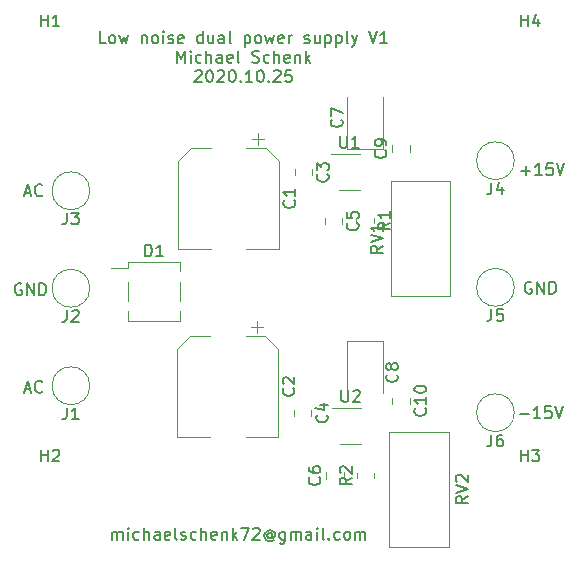
<source format=gbr>
G04 #@! TF.GenerationSoftware,KiCad,Pcbnew,(5.1.7-0-10_14)*
G04 #@! TF.CreationDate,2020-10-25T16:22:19+01:00*
G04 #@! TF.ProjectId,lv-lownoise-psu,6c762d6c-6f77-46e6-9f69-73652d707375,rev?*
G04 #@! TF.SameCoordinates,Original*
G04 #@! TF.FileFunction,Legend,Top*
G04 #@! TF.FilePolarity,Positive*
%FSLAX46Y46*%
G04 Gerber Fmt 4.6, Leading zero omitted, Abs format (unit mm)*
G04 Created by KiCad (PCBNEW (5.1.7-0-10_14)) date 2020-10-25 16:22:19*
%MOMM*%
%LPD*%
G01*
G04 APERTURE LIST*
%ADD10C,0.150000*%
%ADD11C,0.120000*%
G04 APERTURE END LIST*
D10*
X89830142Y-43379380D02*
X89353952Y-43379380D01*
X89353952Y-42379380D01*
X90306333Y-43379380D02*
X90211095Y-43331761D01*
X90163476Y-43284142D01*
X90115857Y-43188904D01*
X90115857Y-42903190D01*
X90163476Y-42807952D01*
X90211095Y-42760333D01*
X90306333Y-42712714D01*
X90449190Y-42712714D01*
X90544428Y-42760333D01*
X90592047Y-42807952D01*
X90639666Y-42903190D01*
X90639666Y-43188904D01*
X90592047Y-43284142D01*
X90544428Y-43331761D01*
X90449190Y-43379380D01*
X90306333Y-43379380D01*
X90972999Y-42712714D02*
X91163476Y-43379380D01*
X91353952Y-42903190D01*
X91544428Y-43379380D01*
X91734904Y-42712714D01*
X92877761Y-42712714D02*
X92877761Y-43379380D01*
X92877761Y-42807952D02*
X92925380Y-42760333D01*
X93020619Y-42712714D01*
X93163476Y-42712714D01*
X93258714Y-42760333D01*
X93306333Y-42855571D01*
X93306333Y-43379380D01*
X93925380Y-43379380D02*
X93830142Y-43331761D01*
X93782523Y-43284142D01*
X93734904Y-43188904D01*
X93734904Y-42903190D01*
X93782523Y-42807952D01*
X93830142Y-42760333D01*
X93925380Y-42712714D01*
X94068238Y-42712714D01*
X94163476Y-42760333D01*
X94211095Y-42807952D01*
X94258714Y-42903190D01*
X94258714Y-43188904D01*
X94211095Y-43284142D01*
X94163476Y-43331761D01*
X94068238Y-43379380D01*
X93925380Y-43379380D01*
X94687285Y-43379380D02*
X94687285Y-42712714D01*
X94687285Y-42379380D02*
X94639666Y-42427000D01*
X94687285Y-42474619D01*
X94734904Y-42427000D01*
X94687285Y-42379380D01*
X94687285Y-42474619D01*
X95115857Y-43331761D02*
X95211095Y-43379380D01*
X95401571Y-43379380D01*
X95496809Y-43331761D01*
X95544428Y-43236523D01*
X95544428Y-43188904D01*
X95496809Y-43093666D01*
X95401571Y-43046047D01*
X95258714Y-43046047D01*
X95163476Y-42998428D01*
X95115857Y-42903190D01*
X95115857Y-42855571D01*
X95163476Y-42760333D01*
X95258714Y-42712714D01*
X95401571Y-42712714D01*
X95496809Y-42760333D01*
X96353952Y-43331761D02*
X96258714Y-43379380D01*
X96068238Y-43379380D01*
X95972999Y-43331761D01*
X95925380Y-43236523D01*
X95925380Y-42855571D01*
X95972999Y-42760333D01*
X96068238Y-42712714D01*
X96258714Y-42712714D01*
X96353952Y-42760333D01*
X96401571Y-42855571D01*
X96401571Y-42950809D01*
X95925380Y-43046047D01*
X98020619Y-43379380D02*
X98020619Y-42379380D01*
X98020619Y-43331761D02*
X97925380Y-43379380D01*
X97734904Y-43379380D01*
X97639666Y-43331761D01*
X97592047Y-43284142D01*
X97544428Y-43188904D01*
X97544428Y-42903190D01*
X97592047Y-42807952D01*
X97639666Y-42760333D01*
X97734904Y-42712714D01*
X97925380Y-42712714D01*
X98020619Y-42760333D01*
X98925380Y-42712714D02*
X98925380Y-43379380D01*
X98496809Y-42712714D02*
X98496809Y-43236523D01*
X98544428Y-43331761D01*
X98639666Y-43379380D01*
X98782523Y-43379380D01*
X98877761Y-43331761D01*
X98925380Y-43284142D01*
X99830142Y-43379380D02*
X99830142Y-42855571D01*
X99782523Y-42760333D01*
X99687285Y-42712714D01*
X99496809Y-42712714D01*
X99401571Y-42760333D01*
X99830142Y-43331761D02*
X99734904Y-43379380D01*
X99496809Y-43379380D01*
X99401571Y-43331761D01*
X99353952Y-43236523D01*
X99353952Y-43141285D01*
X99401571Y-43046047D01*
X99496809Y-42998428D01*
X99734904Y-42998428D01*
X99830142Y-42950809D01*
X100449190Y-43379380D02*
X100353952Y-43331761D01*
X100306333Y-43236523D01*
X100306333Y-42379380D01*
X101592047Y-42712714D02*
X101592047Y-43712714D01*
X101592047Y-42760333D02*
X101687285Y-42712714D01*
X101877761Y-42712714D01*
X101972999Y-42760333D01*
X102020619Y-42807952D01*
X102068238Y-42903190D01*
X102068238Y-43188904D01*
X102020619Y-43284142D01*
X101972999Y-43331761D01*
X101877761Y-43379380D01*
X101687285Y-43379380D01*
X101592047Y-43331761D01*
X102639666Y-43379380D02*
X102544428Y-43331761D01*
X102496809Y-43284142D01*
X102449190Y-43188904D01*
X102449190Y-42903190D01*
X102496809Y-42807952D01*
X102544428Y-42760333D01*
X102639666Y-42712714D01*
X102782523Y-42712714D01*
X102877761Y-42760333D01*
X102925380Y-42807952D01*
X102972999Y-42903190D01*
X102972999Y-43188904D01*
X102925380Y-43284142D01*
X102877761Y-43331761D01*
X102782523Y-43379380D01*
X102639666Y-43379380D01*
X103306333Y-42712714D02*
X103496809Y-43379380D01*
X103687285Y-42903190D01*
X103877761Y-43379380D01*
X104068238Y-42712714D01*
X104830142Y-43331761D02*
X104734904Y-43379380D01*
X104544428Y-43379380D01*
X104449190Y-43331761D01*
X104401571Y-43236523D01*
X104401571Y-42855571D01*
X104449190Y-42760333D01*
X104544428Y-42712714D01*
X104734904Y-42712714D01*
X104830142Y-42760333D01*
X104877761Y-42855571D01*
X104877761Y-42950809D01*
X104401571Y-43046047D01*
X105306333Y-43379380D02*
X105306333Y-42712714D01*
X105306333Y-42903190D02*
X105353952Y-42807952D01*
X105401571Y-42760333D01*
X105496809Y-42712714D01*
X105592047Y-42712714D01*
X106639666Y-43331761D02*
X106734904Y-43379380D01*
X106925380Y-43379380D01*
X107020619Y-43331761D01*
X107068238Y-43236523D01*
X107068238Y-43188904D01*
X107020619Y-43093666D01*
X106925380Y-43046047D01*
X106782523Y-43046047D01*
X106687285Y-42998428D01*
X106639666Y-42903190D01*
X106639666Y-42855571D01*
X106687285Y-42760333D01*
X106782523Y-42712714D01*
X106925380Y-42712714D01*
X107020619Y-42760333D01*
X107925380Y-42712714D02*
X107925380Y-43379380D01*
X107496809Y-42712714D02*
X107496809Y-43236523D01*
X107544428Y-43331761D01*
X107639666Y-43379380D01*
X107782523Y-43379380D01*
X107877761Y-43331761D01*
X107925380Y-43284142D01*
X108401571Y-42712714D02*
X108401571Y-43712714D01*
X108401571Y-42760333D02*
X108496809Y-42712714D01*
X108687285Y-42712714D01*
X108782523Y-42760333D01*
X108830142Y-42807952D01*
X108877761Y-42903190D01*
X108877761Y-43188904D01*
X108830142Y-43284142D01*
X108782523Y-43331761D01*
X108687285Y-43379380D01*
X108496809Y-43379380D01*
X108401571Y-43331761D01*
X109306333Y-42712714D02*
X109306333Y-43712714D01*
X109306333Y-42760333D02*
X109401571Y-42712714D01*
X109592047Y-42712714D01*
X109687285Y-42760333D01*
X109734904Y-42807952D01*
X109782523Y-42903190D01*
X109782523Y-43188904D01*
X109734904Y-43284142D01*
X109687285Y-43331761D01*
X109592047Y-43379380D01*
X109401571Y-43379380D01*
X109306333Y-43331761D01*
X110353952Y-43379380D02*
X110258714Y-43331761D01*
X110211095Y-43236523D01*
X110211095Y-42379380D01*
X110639666Y-42712714D02*
X110877761Y-43379380D01*
X111115857Y-42712714D02*
X110877761Y-43379380D01*
X110782523Y-43617476D01*
X110734904Y-43665095D01*
X110639666Y-43712714D01*
X112115857Y-42379380D02*
X112449190Y-43379380D01*
X112782523Y-42379380D01*
X113639666Y-43379380D02*
X113068238Y-43379380D01*
X113353952Y-43379380D02*
X113353952Y-42379380D01*
X113258714Y-42522238D01*
X113163476Y-42617476D01*
X113068238Y-42665095D01*
X95853952Y-45029380D02*
X95853952Y-44029380D01*
X96187285Y-44743666D01*
X96520619Y-44029380D01*
X96520619Y-45029380D01*
X96996809Y-45029380D02*
X96996809Y-44362714D01*
X96996809Y-44029380D02*
X96949190Y-44077000D01*
X96996809Y-44124619D01*
X97044428Y-44077000D01*
X96996809Y-44029380D01*
X96996809Y-44124619D01*
X97901571Y-44981761D02*
X97806333Y-45029380D01*
X97615857Y-45029380D01*
X97520619Y-44981761D01*
X97473000Y-44934142D01*
X97425380Y-44838904D01*
X97425380Y-44553190D01*
X97473000Y-44457952D01*
X97520619Y-44410333D01*
X97615857Y-44362714D01*
X97806333Y-44362714D01*
X97901571Y-44410333D01*
X98330142Y-45029380D02*
X98330142Y-44029380D01*
X98758714Y-45029380D02*
X98758714Y-44505571D01*
X98711095Y-44410333D01*
X98615857Y-44362714D01*
X98473000Y-44362714D01*
X98377761Y-44410333D01*
X98330142Y-44457952D01*
X99663476Y-45029380D02*
X99663476Y-44505571D01*
X99615857Y-44410333D01*
X99520619Y-44362714D01*
X99330142Y-44362714D01*
X99234904Y-44410333D01*
X99663476Y-44981761D02*
X99568238Y-45029380D01*
X99330142Y-45029380D01*
X99234904Y-44981761D01*
X99187285Y-44886523D01*
X99187285Y-44791285D01*
X99234904Y-44696047D01*
X99330142Y-44648428D01*
X99568238Y-44648428D01*
X99663476Y-44600809D01*
X100520619Y-44981761D02*
X100425380Y-45029380D01*
X100234904Y-45029380D01*
X100139666Y-44981761D01*
X100092047Y-44886523D01*
X100092047Y-44505571D01*
X100139666Y-44410333D01*
X100234904Y-44362714D01*
X100425380Y-44362714D01*
X100520619Y-44410333D01*
X100568238Y-44505571D01*
X100568238Y-44600809D01*
X100092047Y-44696047D01*
X101139666Y-45029380D02*
X101044428Y-44981761D01*
X100996809Y-44886523D01*
X100996809Y-44029380D01*
X102234904Y-44981761D02*
X102377761Y-45029380D01*
X102615857Y-45029380D01*
X102711095Y-44981761D01*
X102758714Y-44934142D01*
X102806333Y-44838904D01*
X102806333Y-44743666D01*
X102758714Y-44648428D01*
X102711095Y-44600809D01*
X102615857Y-44553190D01*
X102425380Y-44505571D01*
X102330142Y-44457952D01*
X102282523Y-44410333D01*
X102234904Y-44315095D01*
X102234904Y-44219857D01*
X102282523Y-44124619D01*
X102330142Y-44077000D01*
X102425380Y-44029380D01*
X102663476Y-44029380D01*
X102806333Y-44077000D01*
X103663476Y-44981761D02*
X103568238Y-45029380D01*
X103377761Y-45029380D01*
X103282523Y-44981761D01*
X103234904Y-44934142D01*
X103187285Y-44838904D01*
X103187285Y-44553190D01*
X103234904Y-44457952D01*
X103282523Y-44410333D01*
X103377761Y-44362714D01*
X103568238Y-44362714D01*
X103663476Y-44410333D01*
X104092047Y-45029380D02*
X104092047Y-44029380D01*
X104520619Y-45029380D02*
X104520619Y-44505571D01*
X104473000Y-44410333D01*
X104377761Y-44362714D01*
X104234904Y-44362714D01*
X104139666Y-44410333D01*
X104092047Y-44457952D01*
X105377761Y-44981761D02*
X105282523Y-45029380D01*
X105092047Y-45029380D01*
X104996809Y-44981761D01*
X104949190Y-44886523D01*
X104949190Y-44505571D01*
X104996809Y-44410333D01*
X105092047Y-44362714D01*
X105282523Y-44362714D01*
X105377761Y-44410333D01*
X105425380Y-44505571D01*
X105425380Y-44600809D01*
X104949190Y-44696047D01*
X105853952Y-44362714D02*
X105853952Y-45029380D01*
X105853952Y-44457952D02*
X105901571Y-44410333D01*
X105996809Y-44362714D01*
X106139666Y-44362714D01*
X106234904Y-44410333D01*
X106282523Y-44505571D01*
X106282523Y-45029380D01*
X106758714Y-45029380D02*
X106758714Y-44029380D01*
X106853952Y-44648428D02*
X107139666Y-45029380D01*
X107139666Y-44362714D02*
X106758714Y-44743666D01*
X97377761Y-45774619D02*
X97425380Y-45727000D01*
X97520619Y-45679380D01*
X97758714Y-45679380D01*
X97853952Y-45727000D01*
X97901571Y-45774619D01*
X97949190Y-45869857D01*
X97949190Y-45965095D01*
X97901571Y-46107952D01*
X97330142Y-46679380D01*
X97949190Y-46679380D01*
X98568238Y-45679380D02*
X98663476Y-45679380D01*
X98758714Y-45727000D01*
X98806333Y-45774619D01*
X98853952Y-45869857D01*
X98901571Y-46060333D01*
X98901571Y-46298428D01*
X98853952Y-46488904D01*
X98806333Y-46584142D01*
X98758714Y-46631761D01*
X98663476Y-46679380D01*
X98568238Y-46679380D01*
X98473000Y-46631761D01*
X98425380Y-46584142D01*
X98377761Y-46488904D01*
X98330142Y-46298428D01*
X98330142Y-46060333D01*
X98377761Y-45869857D01*
X98425380Y-45774619D01*
X98473000Y-45727000D01*
X98568238Y-45679380D01*
X99282523Y-45774619D02*
X99330142Y-45727000D01*
X99425380Y-45679380D01*
X99663476Y-45679380D01*
X99758714Y-45727000D01*
X99806333Y-45774619D01*
X99853952Y-45869857D01*
X99853952Y-45965095D01*
X99806333Y-46107952D01*
X99234904Y-46679380D01*
X99853952Y-46679380D01*
X100473000Y-45679380D02*
X100568238Y-45679380D01*
X100663476Y-45727000D01*
X100711095Y-45774619D01*
X100758714Y-45869857D01*
X100806333Y-46060333D01*
X100806333Y-46298428D01*
X100758714Y-46488904D01*
X100711095Y-46584142D01*
X100663476Y-46631761D01*
X100568238Y-46679380D01*
X100473000Y-46679380D01*
X100377761Y-46631761D01*
X100330142Y-46584142D01*
X100282523Y-46488904D01*
X100234904Y-46298428D01*
X100234904Y-46060333D01*
X100282523Y-45869857D01*
X100330142Y-45774619D01*
X100377761Y-45727000D01*
X100473000Y-45679380D01*
X101234904Y-46584142D02*
X101282523Y-46631761D01*
X101234904Y-46679380D01*
X101187285Y-46631761D01*
X101234904Y-46584142D01*
X101234904Y-46679380D01*
X102234904Y-46679380D02*
X101663476Y-46679380D01*
X101949190Y-46679380D02*
X101949190Y-45679380D01*
X101853952Y-45822238D01*
X101758714Y-45917476D01*
X101663476Y-45965095D01*
X102853952Y-45679380D02*
X102949190Y-45679380D01*
X103044428Y-45727000D01*
X103092047Y-45774619D01*
X103139666Y-45869857D01*
X103187285Y-46060333D01*
X103187285Y-46298428D01*
X103139666Y-46488904D01*
X103092047Y-46584142D01*
X103044428Y-46631761D01*
X102949190Y-46679380D01*
X102853952Y-46679380D01*
X102758714Y-46631761D01*
X102711095Y-46584142D01*
X102663476Y-46488904D01*
X102615857Y-46298428D01*
X102615857Y-46060333D01*
X102663476Y-45869857D01*
X102711095Y-45774619D01*
X102758714Y-45727000D01*
X102853952Y-45679380D01*
X103615857Y-46584142D02*
X103663476Y-46631761D01*
X103615857Y-46679380D01*
X103568238Y-46631761D01*
X103615857Y-46584142D01*
X103615857Y-46679380D01*
X104044428Y-45774619D02*
X104092047Y-45727000D01*
X104187285Y-45679380D01*
X104425380Y-45679380D01*
X104520619Y-45727000D01*
X104568238Y-45774619D01*
X104615857Y-45869857D01*
X104615857Y-45965095D01*
X104568238Y-46107952D01*
X103996809Y-46679380D01*
X104615857Y-46679380D01*
X105520619Y-45679380D02*
X105044428Y-45679380D01*
X104996809Y-46155571D01*
X105044428Y-46107952D01*
X105139666Y-46060333D01*
X105377761Y-46060333D01*
X105473000Y-46107952D01*
X105520619Y-46155571D01*
X105568238Y-46250809D01*
X105568238Y-46488904D01*
X105520619Y-46584142D01*
X105473000Y-46631761D01*
X105377761Y-46679380D01*
X105139666Y-46679380D01*
X105044428Y-46631761D01*
X104996809Y-46584142D01*
X90377714Y-85415380D02*
X90377714Y-84748714D01*
X90377714Y-84843952D02*
X90425333Y-84796333D01*
X90520571Y-84748714D01*
X90663428Y-84748714D01*
X90758666Y-84796333D01*
X90806285Y-84891571D01*
X90806285Y-85415380D01*
X90806285Y-84891571D02*
X90853904Y-84796333D01*
X90949142Y-84748714D01*
X91092000Y-84748714D01*
X91187238Y-84796333D01*
X91234857Y-84891571D01*
X91234857Y-85415380D01*
X91711047Y-85415380D02*
X91711047Y-84748714D01*
X91711047Y-84415380D02*
X91663428Y-84463000D01*
X91711047Y-84510619D01*
X91758666Y-84463000D01*
X91711047Y-84415380D01*
X91711047Y-84510619D01*
X92615809Y-85367761D02*
X92520571Y-85415380D01*
X92330095Y-85415380D01*
X92234857Y-85367761D01*
X92187238Y-85320142D01*
X92139619Y-85224904D01*
X92139619Y-84939190D01*
X92187238Y-84843952D01*
X92234857Y-84796333D01*
X92330095Y-84748714D01*
X92520571Y-84748714D01*
X92615809Y-84796333D01*
X93044380Y-85415380D02*
X93044380Y-84415380D01*
X93472952Y-85415380D02*
X93472952Y-84891571D01*
X93425333Y-84796333D01*
X93330095Y-84748714D01*
X93187238Y-84748714D01*
X93092000Y-84796333D01*
X93044380Y-84843952D01*
X94377714Y-85415380D02*
X94377714Y-84891571D01*
X94330095Y-84796333D01*
X94234857Y-84748714D01*
X94044380Y-84748714D01*
X93949142Y-84796333D01*
X94377714Y-85367761D02*
X94282476Y-85415380D01*
X94044380Y-85415380D01*
X93949142Y-85367761D01*
X93901523Y-85272523D01*
X93901523Y-85177285D01*
X93949142Y-85082047D01*
X94044380Y-85034428D01*
X94282476Y-85034428D01*
X94377714Y-84986809D01*
X95234857Y-85367761D02*
X95139619Y-85415380D01*
X94949142Y-85415380D01*
X94853904Y-85367761D01*
X94806285Y-85272523D01*
X94806285Y-84891571D01*
X94853904Y-84796333D01*
X94949142Y-84748714D01*
X95139619Y-84748714D01*
X95234857Y-84796333D01*
X95282476Y-84891571D01*
X95282476Y-84986809D01*
X94806285Y-85082047D01*
X95853904Y-85415380D02*
X95758666Y-85367761D01*
X95711047Y-85272523D01*
X95711047Y-84415380D01*
X96187238Y-85367761D02*
X96282476Y-85415380D01*
X96472952Y-85415380D01*
X96568190Y-85367761D01*
X96615809Y-85272523D01*
X96615809Y-85224904D01*
X96568190Y-85129666D01*
X96472952Y-85082047D01*
X96330095Y-85082047D01*
X96234857Y-85034428D01*
X96187238Y-84939190D01*
X96187238Y-84891571D01*
X96234857Y-84796333D01*
X96330095Y-84748714D01*
X96472952Y-84748714D01*
X96568190Y-84796333D01*
X97472952Y-85367761D02*
X97377714Y-85415380D01*
X97187238Y-85415380D01*
X97092000Y-85367761D01*
X97044380Y-85320142D01*
X96996761Y-85224904D01*
X96996761Y-84939190D01*
X97044380Y-84843952D01*
X97092000Y-84796333D01*
X97187238Y-84748714D01*
X97377714Y-84748714D01*
X97472952Y-84796333D01*
X97901523Y-85415380D02*
X97901523Y-84415380D01*
X98330095Y-85415380D02*
X98330095Y-84891571D01*
X98282476Y-84796333D01*
X98187238Y-84748714D01*
X98044380Y-84748714D01*
X97949142Y-84796333D01*
X97901523Y-84843952D01*
X99187238Y-85367761D02*
X99092000Y-85415380D01*
X98901523Y-85415380D01*
X98806285Y-85367761D01*
X98758666Y-85272523D01*
X98758666Y-84891571D01*
X98806285Y-84796333D01*
X98901523Y-84748714D01*
X99092000Y-84748714D01*
X99187238Y-84796333D01*
X99234857Y-84891571D01*
X99234857Y-84986809D01*
X98758666Y-85082047D01*
X99663428Y-84748714D02*
X99663428Y-85415380D01*
X99663428Y-84843952D02*
X99711047Y-84796333D01*
X99806285Y-84748714D01*
X99949142Y-84748714D01*
X100044380Y-84796333D01*
X100092000Y-84891571D01*
X100092000Y-85415380D01*
X100568190Y-85415380D02*
X100568190Y-84415380D01*
X100663428Y-85034428D02*
X100949142Y-85415380D01*
X100949142Y-84748714D02*
X100568190Y-85129666D01*
X101282476Y-84415380D02*
X101949142Y-84415380D01*
X101520571Y-85415380D01*
X102282476Y-84510619D02*
X102330095Y-84463000D01*
X102425333Y-84415380D01*
X102663428Y-84415380D01*
X102758666Y-84463000D01*
X102806285Y-84510619D01*
X102853904Y-84605857D01*
X102853904Y-84701095D01*
X102806285Y-84843952D01*
X102234857Y-85415380D01*
X102853904Y-85415380D01*
X103901523Y-84939190D02*
X103853904Y-84891571D01*
X103758666Y-84843952D01*
X103663428Y-84843952D01*
X103568190Y-84891571D01*
X103520571Y-84939190D01*
X103472952Y-85034428D01*
X103472952Y-85129666D01*
X103520571Y-85224904D01*
X103568190Y-85272523D01*
X103663428Y-85320142D01*
X103758666Y-85320142D01*
X103853904Y-85272523D01*
X103901523Y-85224904D01*
X103901523Y-84843952D02*
X103901523Y-85224904D01*
X103949142Y-85272523D01*
X103996761Y-85272523D01*
X104092000Y-85224904D01*
X104139619Y-85129666D01*
X104139619Y-84891571D01*
X104044380Y-84748714D01*
X103901523Y-84653476D01*
X103711047Y-84605857D01*
X103520571Y-84653476D01*
X103377714Y-84748714D01*
X103282476Y-84891571D01*
X103234857Y-85082047D01*
X103282476Y-85272523D01*
X103377714Y-85415380D01*
X103520571Y-85510619D01*
X103711047Y-85558238D01*
X103901523Y-85510619D01*
X104044380Y-85415380D01*
X104996761Y-84748714D02*
X104996761Y-85558238D01*
X104949142Y-85653476D01*
X104901523Y-85701095D01*
X104806285Y-85748714D01*
X104663428Y-85748714D01*
X104568190Y-85701095D01*
X104996761Y-85367761D02*
X104901523Y-85415380D01*
X104711047Y-85415380D01*
X104615809Y-85367761D01*
X104568190Y-85320142D01*
X104520571Y-85224904D01*
X104520571Y-84939190D01*
X104568190Y-84843952D01*
X104615809Y-84796333D01*
X104711047Y-84748714D01*
X104901523Y-84748714D01*
X104996761Y-84796333D01*
X105472952Y-85415380D02*
X105472952Y-84748714D01*
X105472952Y-84843952D02*
X105520571Y-84796333D01*
X105615809Y-84748714D01*
X105758666Y-84748714D01*
X105853904Y-84796333D01*
X105901523Y-84891571D01*
X105901523Y-85415380D01*
X105901523Y-84891571D02*
X105949142Y-84796333D01*
X106044380Y-84748714D01*
X106187238Y-84748714D01*
X106282476Y-84796333D01*
X106330095Y-84891571D01*
X106330095Y-85415380D01*
X107234857Y-85415380D02*
X107234857Y-84891571D01*
X107187238Y-84796333D01*
X107092000Y-84748714D01*
X106901523Y-84748714D01*
X106806285Y-84796333D01*
X107234857Y-85367761D02*
X107139619Y-85415380D01*
X106901523Y-85415380D01*
X106806285Y-85367761D01*
X106758666Y-85272523D01*
X106758666Y-85177285D01*
X106806285Y-85082047D01*
X106901523Y-85034428D01*
X107139619Y-85034428D01*
X107234857Y-84986809D01*
X107711047Y-85415380D02*
X107711047Y-84748714D01*
X107711047Y-84415380D02*
X107663428Y-84463000D01*
X107711047Y-84510619D01*
X107758666Y-84463000D01*
X107711047Y-84415380D01*
X107711047Y-84510619D01*
X108330095Y-85415380D02*
X108234857Y-85367761D01*
X108187238Y-85272523D01*
X108187238Y-84415380D01*
X108711047Y-85320142D02*
X108758666Y-85367761D01*
X108711047Y-85415380D01*
X108663428Y-85367761D01*
X108711047Y-85320142D01*
X108711047Y-85415380D01*
X109615809Y-85367761D02*
X109520571Y-85415380D01*
X109330095Y-85415380D01*
X109234857Y-85367761D01*
X109187238Y-85320142D01*
X109139619Y-85224904D01*
X109139619Y-84939190D01*
X109187238Y-84843952D01*
X109234857Y-84796333D01*
X109330095Y-84748714D01*
X109520571Y-84748714D01*
X109615809Y-84796333D01*
X110187238Y-85415380D02*
X110092000Y-85367761D01*
X110044380Y-85320142D01*
X109996761Y-85224904D01*
X109996761Y-84939190D01*
X110044380Y-84843952D01*
X110092000Y-84796333D01*
X110187238Y-84748714D01*
X110330095Y-84748714D01*
X110425333Y-84796333D01*
X110472952Y-84843952D01*
X110520571Y-84939190D01*
X110520571Y-85224904D01*
X110472952Y-85320142D01*
X110425333Y-85367761D01*
X110330095Y-85415380D01*
X110187238Y-85415380D01*
X110949142Y-85415380D02*
X110949142Y-84748714D01*
X110949142Y-84843952D02*
X110996761Y-84796333D01*
X111092000Y-84748714D01*
X111234857Y-84748714D01*
X111330095Y-84796333D01*
X111377714Y-84891571D01*
X111377714Y-85415380D01*
X111377714Y-84891571D02*
X111425333Y-84796333D01*
X111520571Y-84748714D01*
X111663428Y-84748714D01*
X111758666Y-84796333D01*
X111806285Y-84891571D01*
X111806285Y-85415380D01*
X82677095Y-63762000D02*
X82581857Y-63714380D01*
X82439000Y-63714380D01*
X82296142Y-63762000D01*
X82200904Y-63857238D01*
X82153285Y-63952476D01*
X82105666Y-64142952D01*
X82105666Y-64285809D01*
X82153285Y-64476285D01*
X82200904Y-64571523D01*
X82296142Y-64666761D01*
X82439000Y-64714380D01*
X82534238Y-64714380D01*
X82677095Y-64666761D01*
X82724714Y-64619142D01*
X82724714Y-64285809D01*
X82534238Y-64285809D01*
X83153285Y-64714380D02*
X83153285Y-63714380D01*
X83724714Y-64714380D01*
X83724714Y-63714380D01*
X84200904Y-64714380D02*
X84200904Y-63714380D01*
X84439000Y-63714380D01*
X84581857Y-63762000D01*
X84677095Y-63857238D01*
X84724714Y-63952476D01*
X84772333Y-64142952D01*
X84772333Y-64285809D01*
X84724714Y-64476285D01*
X84677095Y-64571523D01*
X84581857Y-64666761D01*
X84439000Y-64714380D01*
X84200904Y-64714380D01*
X82954904Y-72683666D02*
X83431095Y-72683666D01*
X82859666Y-72969380D02*
X83193000Y-71969380D01*
X83526333Y-72969380D01*
X84431095Y-72874142D02*
X84383476Y-72921761D01*
X84240619Y-72969380D01*
X84145380Y-72969380D01*
X84002523Y-72921761D01*
X83907285Y-72826523D01*
X83859666Y-72731285D01*
X83812047Y-72540809D01*
X83812047Y-72397952D01*
X83859666Y-72207476D01*
X83907285Y-72112238D01*
X84002523Y-72017000D01*
X84145380Y-71969380D01*
X84240619Y-71969380D01*
X84383476Y-72017000D01*
X84431095Y-72064619D01*
X82954904Y-56046666D02*
X83431095Y-56046666D01*
X82859666Y-56332380D02*
X83193000Y-55332380D01*
X83526333Y-56332380D01*
X84431095Y-56237142D02*
X84383476Y-56284761D01*
X84240619Y-56332380D01*
X84145380Y-56332380D01*
X84002523Y-56284761D01*
X83907285Y-56189523D01*
X83859666Y-56094285D01*
X83812047Y-55903809D01*
X83812047Y-55760952D01*
X83859666Y-55570476D01*
X83907285Y-55475238D01*
X84002523Y-55380000D01*
X84145380Y-55332380D01*
X84240619Y-55332380D01*
X84383476Y-55380000D01*
X84431095Y-55427619D01*
X124857095Y-74747428D02*
X125619000Y-74747428D01*
X126619000Y-75128380D02*
X126047571Y-75128380D01*
X126333285Y-75128380D02*
X126333285Y-74128380D01*
X126238047Y-74271238D01*
X126142809Y-74366476D01*
X126047571Y-74414095D01*
X127523761Y-74128380D02*
X127047571Y-74128380D01*
X126999952Y-74604571D01*
X127047571Y-74556952D01*
X127142809Y-74509333D01*
X127380904Y-74509333D01*
X127476142Y-74556952D01*
X127523761Y-74604571D01*
X127571380Y-74699809D01*
X127571380Y-74937904D01*
X127523761Y-75033142D01*
X127476142Y-75080761D01*
X127380904Y-75128380D01*
X127142809Y-75128380D01*
X127047571Y-75080761D01*
X126999952Y-75033142D01*
X127857095Y-74128380D02*
X128190428Y-75128380D01*
X128523761Y-74128380D01*
X125857095Y-63635000D02*
X125761857Y-63587380D01*
X125619000Y-63587380D01*
X125476142Y-63635000D01*
X125380904Y-63730238D01*
X125333285Y-63825476D01*
X125285666Y-64015952D01*
X125285666Y-64158809D01*
X125333285Y-64349285D01*
X125380904Y-64444523D01*
X125476142Y-64539761D01*
X125619000Y-64587380D01*
X125714238Y-64587380D01*
X125857095Y-64539761D01*
X125904714Y-64492142D01*
X125904714Y-64158809D01*
X125714238Y-64158809D01*
X126333285Y-64587380D02*
X126333285Y-63587380D01*
X126904714Y-64587380D01*
X126904714Y-63587380D01*
X127380904Y-64587380D02*
X127380904Y-63587380D01*
X127619000Y-63587380D01*
X127761857Y-63635000D01*
X127857095Y-63730238D01*
X127904714Y-63825476D01*
X127952333Y-64015952D01*
X127952333Y-64158809D01*
X127904714Y-64349285D01*
X127857095Y-64444523D01*
X127761857Y-64539761D01*
X127619000Y-64587380D01*
X127380904Y-64587380D01*
X124984095Y-54173428D02*
X125746000Y-54173428D01*
X125365047Y-54554380D02*
X125365047Y-53792476D01*
X126746000Y-54554380D02*
X126174571Y-54554380D01*
X126460285Y-54554380D02*
X126460285Y-53554380D01*
X126365047Y-53697238D01*
X126269809Y-53792476D01*
X126174571Y-53840095D01*
X127650761Y-53554380D02*
X127174571Y-53554380D01*
X127126952Y-54030571D01*
X127174571Y-53982952D01*
X127269809Y-53935333D01*
X127507904Y-53935333D01*
X127603142Y-53982952D01*
X127650761Y-54030571D01*
X127698380Y-54125809D01*
X127698380Y-54363904D01*
X127650761Y-54459142D01*
X127603142Y-54506761D01*
X127507904Y-54554380D01*
X127269809Y-54554380D01*
X127174571Y-54506761D01*
X127126952Y-54459142D01*
X127984095Y-53554380D02*
X128317428Y-54554380D01*
X128650761Y-53554380D01*
D11*
X111410000Y-74243000D02*
X108980000Y-74243000D01*
X109650000Y-77313000D02*
X111410000Y-77313000D01*
X111311001Y-52742001D02*
X108881001Y-52742001D01*
X109551001Y-55812001D02*
X111311001Y-55812001D01*
X118862000Y-86038000D02*
X113792000Y-86038000D01*
X118862000Y-76268000D02*
X113792000Y-76268000D01*
X113792000Y-76268000D02*
X113792000Y-86038000D01*
X118862000Y-76268000D02*
X118862000Y-86038000D01*
X113929000Y-55059000D02*
X118999000Y-55059000D01*
X113929000Y-64829000D02*
X118999000Y-64829000D01*
X118999000Y-64829000D02*
X118999000Y-55059000D01*
X113929000Y-64829000D02*
X113929000Y-55059000D01*
X112558500Y-80221064D02*
X112558500Y-79766936D01*
X111088500Y-80221064D02*
X111088500Y-79766936D01*
X111025000Y-58176936D02*
X111025000Y-58631064D01*
X112495000Y-58176936D02*
X112495000Y-58631064D01*
X124409781Y-74676000D02*
G75*
G03*
X124409781Y-74676000I-1600781J0D01*
G01*
X124409781Y-64058800D02*
G75*
G03*
X124409781Y-64058800I-1600781J0D01*
G01*
X124409781Y-53340000D02*
G75*
G03*
X124409781Y-53340000I-1600781J0D01*
G01*
X88468781Y-55880000D02*
G75*
G03*
X88468781Y-55880000I-1600781J0D01*
G01*
X88468781Y-64135000D02*
G75*
G03*
X88468781Y-64135000I-1600781J0D01*
G01*
X88468781Y-72390000D02*
G75*
G03*
X88468781Y-72390000I-1600781J0D01*
G01*
X91689500Y-66889000D02*
X91689500Y-66089000D01*
X96089500Y-66889000D02*
X91689500Y-66889000D01*
X96089500Y-66089000D02*
X96089500Y-66889000D01*
X96089500Y-61889000D02*
X91689500Y-61889000D01*
X96089500Y-62689000D02*
X96089500Y-61889000D01*
X91689500Y-63589000D02*
X91689500Y-65189000D01*
X96089500Y-63589000D02*
X96089500Y-65189000D01*
X91689500Y-62389000D02*
X90289500Y-62389000D01*
X91689500Y-61889000D02*
X91689500Y-62389000D01*
X114073000Y-73398748D02*
X114073000Y-73921252D01*
X115543000Y-73398748D02*
X115543000Y-73921252D01*
X115543000Y-52563752D02*
X115543000Y-52041248D01*
X114073000Y-52563752D02*
X114073000Y-52041248D01*
X110250000Y-68638000D02*
X110250000Y-73023000D01*
X113270000Y-68638000D02*
X110250000Y-68638000D01*
X113270000Y-73023000D02*
X113270000Y-68638000D01*
X113270000Y-52318000D02*
X113270000Y-47933000D01*
X110250000Y-52318000D02*
X113270000Y-52318000D01*
X110250000Y-47933000D02*
X110250000Y-52318000D01*
X109955000Y-80249752D02*
X109955000Y-79727248D01*
X108485000Y-80249752D02*
X108485000Y-79727248D01*
X108358000Y-58180248D02*
X108358000Y-58702752D01*
X109828000Y-58180248D02*
X109828000Y-58702752D01*
X105754500Y-74436248D02*
X105754500Y-74958752D01*
X107224500Y-74436248D02*
X107224500Y-74958752D01*
X105818000Y-54052748D02*
X105818000Y-54575252D01*
X107288000Y-54052748D02*
X107288000Y-54575252D01*
X103149500Y-67442000D02*
X102149500Y-67442000D01*
X102649500Y-66942000D02*
X102649500Y-67942000D01*
X96943937Y-68182000D02*
X95879500Y-69246437D01*
X103335063Y-68182000D02*
X104399500Y-69246437D01*
X103335063Y-68182000D02*
X101649500Y-68182000D01*
X96943937Y-68182000D02*
X98629500Y-68182000D01*
X95879500Y-69246437D02*
X95879500Y-76702000D01*
X104399500Y-69246437D02*
X104399500Y-76702000D01*
X104399500Y-76702000D02*
X101649500Y-76702000D01*
X95879500Y-76702000D02*
X98629500Y-76702000D01*
X103213000Y-51526500D02*
X102213000Y-51526500D01*
X102713000Y-51026500D02*
X102713000Y-52026500D01*
X97007437Y-52266500D02*
X95943000Y-53330937D01*
X103398563Y-52266500D02*
X104463000Y-53330937D01*
X103398563Y-52266500D02*
X101713000Y-52266500D01*
X97007437Y-52266500D02*
X98693000Y-52266500D01*
X95943000Y-53330937D02*
X95943000Y-60786500D01*
X104463000Y-53330937D02*
X104463000Y-60786500D01*
X104463000Y-60786500D02*
X101713000Y-60786500D01*
X95943000Y-60786500D02*
X98693000Y-60786500D01*
D10*
X109768095Y-72755380D02*
X109768095Y-73564904D01*
X109815714Y-73660142D01*
X109863333Y-73707761D01*
X109958571Y-73755380D01*
X110149047Y-73755380D01*
X110244285Y-73707761D01*
X110291904Y-73660142D01*
X110339523Y-73564904D01*
X110339523Y-72755380D01*
X110768095Y-72850619D02*
X110815714Y-72803000D01*
X110910952Y-72755380D01*
X111149047Y-72755380D01*
X111244285Y-72803000D01*
X111291904Y-72850619D01*
X111339523Y-72945857D01*
X111339523Y-73041095D01*
X111291904Y-73183952D01*
X110720476Y-73755380D01*
X111339523Y-73755380D01*
X109669096Y-51254381D02*
X109669096Y-52063905D01*
X109716715Y-52159143D01*
X109764334Y-52206762D01*
X109859572Y-52254381D01*
X110050048Y-52254381D01*
X110145286Y-52206762D01*
X110192905Y-52159143D01*
X110240524Y-52063905D01*
X110240524Y-51254381D01*
X111240524Y-52254381D02*
X110669096Y-52254381D01*
X110954810Y-52254381D02*
X110954810Y-51254381D01*
X110859572Y-51397239D01*
X110764334Y-51492477D01*
X110669096Y-51540096D01*
X120444380Y-81748238D02*
X119968190Y-82081571D01*
X120444380Y-82319666D02*
X119444380Y-82319666D01*
X119444380Y-81938714D01*
X119492000Y-81843476D01*
X119539619Y-81795857D01*
X119634857Y-81748238D01*
X119777714Y-81748238D01*
X119872952Y-81795857D01*
X119920571Y-81843476D01*
X119968190Y-81938714D01*
X119968190Y-82319666D01*
X119444380Y-81462523D02*
X120444380Y-81129190D01*
X119444380Y-80795857D01*
X119539619Y-80510142D02*
X119492000Y-80462523D01*
X119444380Y-80367285D01*
X119444380Y-80129190D01*
X119492000Y-80033952D01*
X119539619Y-79986333D01*
X119634857Y-79938714D01*
X119730095Y-79938714D01*
X119872952Y-79986333D01*
X120444380Y-80557761D01*
X120444380Y-79938714D01*
X113251380Y-60539238D02*
X112775190Y-60872571D01*
X113251380Y-61110666D02*
X112251380Y-61110666D01*
X112251380Y-60729714D01*
X112299000Y-60634476D01*
X112346619Y-60586857D01*
X112441857Y-60539238D01*
X112584714Y-60539238D01*
X112679952Y-60586857D01*
X112727571Y-60634476D01*
X112775190Y-60729714D01*
X112775190Y-61110666D01*
X112251380Y-60253523D02*
X113251380Y-59920190D01*
X112251380Y-59586857D01*
X113251380Y-58729714D02*
X113251380Y-59301142D01*
X113251380Y-59015428D02*
X112251380Y-59015428D01*
X112394238Y-59110666D01*
X112489476Y-59205904D01*
X112537095Y-59301142D01*
X110625880Y-80160666D02*
X110149690Y-80494000D01*
X110625880Y-80732095D02*
X109625880Y-80732095D01*
X109625880Y-80351142D01*
X109673500Y-80255904D01*
X109721119Y-80208285D01*
X109816357Y-80160666D01*
X109959214Y-80160666D01*
X110054452Y-80208285D01*
X110102071Y-80255904D01*
X110149690Y-80351142D01*
X110149690Y-80732095D01*
X109721119Y-79779714D02*
X109673500Y-79732095D01*
X109625880Y-79636857D01*
X109625880Y-79398761D01*
X109673500Y-79303523D01*
X109721119Y-79255904D01*
X109816357Y-79208285D01*
X109911595Y-79208285D01*
X110054452Y-79255904D01*
X110625880Y-79827333D01*
X110625880Y-79208285D01*
X113862380Y-58570666D02*
X113386190Y-58904000D01*
X113862380Y-59142095D02*
X112862380Y-59142095D01*
X112862380Y-58761142D01*
X112910000Y-58665904D01*
X112957619Y-58618285D01*
X113052857Y-58570666D01*
X113195714Y-58570666D01*
X113290952Y-58618285D01*
X113338571Y-58665904D01*
X113386190Y-58761142D01*
X113386190Y-59142095D01*
X113862380Y-57618285D02*
X113862380Y-58189714D01*
X113862380Y-57904000D02*
X112862380Y-57904000D01*
X113005238Y-57999238D01*
X113100476Y-58094476D01*
X113148095Y-58189714D01*
X122475666Y-76528380D02*
X122475666Y-77242666D01*
X122428047Y-77385523D01*
X122332809Y-77480761D01*
X122189952Y-77528380D01*
X122094714Y-77528380D01*
X123380428Y-76528380D02*
X123189952Y-76528380D01*
X123094714Y-76576000D01*
X123047095Y-76623619D01*
X122951857Y-76766476D01*
X122904238Y-76956952D01*
X122904238Y-77337904D01*
X122951857Y-77433142D01*
X122999476Y-77480761D01*
X123094714Y-77528380D01*
X123285190Y-77528380D01*
X123380428Y-77480761D01*
X123428047Y-77433142D01*
X123475666Y-77337904D01*
X123475666Y-77099809D01*
X123428047Y-77004571D01*
X123380428Y-76956952D01*
X123285190Y-76909333D01*
X123094714Y-76909333D01*
X122999476Y-76956952D01*
X122951857Y-77004571D01*
X122904238Y-77099809D01*
X122475666Y-65911180D02*
X122475666Y-66625466D01*
X122428047Y-66768323D01*
X122332809Y-66863561D01*
X122189952Y-66911180D01*
X122094714Y-66911180D01*
X123428047Y-65911180D02*
X122951857Y-65911180D01*
X122904238Y-66387371D01*
X122951857Y-66339752D01*
X123047095Y-66292133D01*
X123285190Y-66292133D01*
X123380428Y-66339752D01*
X123428047Y-66387371D01*
X123475666Y-66482609D01*
X123475666Y-66720704D01*
X123428047Y-66815942D01*
X123380428Y-66863561D01*
X123285190Y-66911180D01*
X123047095Y-66911180D01*
X122951857Y-66863561D01*
X122904238Y-66815942D01*
X122475666Y-55192380D02*
X122475666Y-55906666D01*
X122428047Y-56049523D01*
X122332809Y-56144761D01*
X122189952Y-56192380D01*
X122094714Y-56192380D01*
X123380428Y-55525714D02*
X123380428Y-56192380D01*
X123142333Y-55144761D02*
X122904238Y-55859047D01*
X123523285Y-55859047D01*
X86534666Y-57732380D02*
X86534666Y-58446666D01*
X86487047Y-58589523D01*
X86391809Y-58684761D01*
X86248952Y-58732380D01*
X86153714Y-58732380D01*
X86915619Y-57732380D02*
X87534666Y-57732380D01*
X87201333Y-58113333D01*
X87344190Y-58113333D01*
X87439428Y-58160952D01*
X87487047Y-58208571D01*
X87534666Y-58303809D01*
X87534666Y-58541904D01*
X87487047Y-58637142D01*
X87439428Y-58684761D01*
X87344190Y-58732380D01*
X87058476Y-58732380D01*
X86963238Y-58684761D01*
X86915619Y-58637142D01*
X86534666Y-65987380D02*
X86534666Y-66701666D01*
X86487047Y-66844523D01*
X86391809Y-66939761D01*
X86248952Y-66987380D01*
X86153714Y-66987380D01*
X86963238Y-66082619D02*
X87010857Y-66035000D01*
X87106095Y-65987380D01*
X87344190Y-65987380D01*
X87439428Y-66035000D01*
X87487047Y-66082619D01*
X87534666Y-66177857D01*
X87534666Y-66273095D01*
X87487047Y-66415952D01*
X86915619Y-66987380D01*
X87534666Y-66987380D01*
X86534666Y-74242380D02*
X86534666Y-74956666D01*
X86487047Y-75099523D01*
X86391809Y-75194761D01*
X86248952Y-75242380D01*
X86153714Y-75242380D01*
X87534666Y-75242380D02*
X86963238Y-75242380D01*
X87248952Y-75242380D02*
X87248952Y-74242380D01*
X87153714Y-74385238D01*
X87058476Y-74480476D01*
X86963238Y-74528095D01*
X124968095Y-41972380D02*
X124968095Y-40972380D01*
X124968095Y-41448571D02*
X125539523Y-41448571D01*
X125539523Y-41972380D02*
X125539523Y-40972380D01*
X126444285Y-41305714D02*
X126444285Y-41972380D01*
X126206190Y-40924761D02*
X125968095Y-41639047D01*
X126587142Y-41639047D01*
X124968095Y-78802380D02*
X124968095Y-77802380D01*
X124968095Y-78278571D02*
X125539523Y-78278571D01*
X125539523Y-78802380D02*
X125539523Y-77802380D01*
X125920476Y-77802380D02*
X126539523Y-77802380D01*
X126206190Y-78183333D01*
X126349047Y-78183333D01*
X126444285Y-78230952D01*
X126491904Y-78278571D01*
X126539523Y-78373809D01*
X126539523Y-78611904D01*
X126491904Y-78707142D01*
X126444285Y-78754761D01*
X126349047Y-78802380D01*
X126063333Y-78802380D01*
X125968095Y-78754761D01*
X125920476Y-78707142D01*
X84328095Y-78802380D02*
X84328095Y-77802380D01*
X84328095Y-78278571D02*
X84899523Y-78278571D01*
X84899523Y-78802380D02*
X84899523Y-77802380D01*
X85328095Y-77897619D02*
X85375714Y-77850000D01*
X85470952Y-77802380D01*
X85709047Y-77802380D01*
X85804285Y-77850000D01*
X85851904Y-77897619D01*
X85899523Y-77992857D01*
X85899523Y-78088095D01*
X85851904Y-78230952D01*
X85280476Y-78802380D01*
X85899523Y-78802380D01*
X84328095Y-41972380D02*
X84328095Y-40972380D01*
X84328095Y-41448571D02*
X84899523Y-41448571D01*
X84899523Y-41972380D02*
X84899523Y-40972380D01*
X85899523Y-41972380D02*
X85328095Y-41972380D01*
X85613809Y-41972380D02*
X85613809Y-40972380D01*
X85518571Y-41115238D01*
X85423333Y-41210476D01*
X85328095Y-41258095D01*
X93151404Y-61441380D02*
X93151404Y-60441380D01*
X93389500Y-60441380D01*
X93532357Y-60489000D01*
X93627595Y-60584238D01*
X93675214Y-60679476D01*
X93722833Y-60869952D01*
X93722833Y-61012809D01*
X93675214Y-61203285D01*
X93627595Y-61298523D01*
X93532357Y-61393761D01*
X93389500Y-61441380D01*
X93151404Y-61441380D01*
X94675214Y-61441380D02*
X94103785Y-61441380D01*
X94389500Y-61441380D02*
X94389500Y-60441380D01*
X94294261Y-60584238D01*
X94199023Y-60679476D01*
X94103785Y-60727095D01*
X116845142Y-74302857D02*
X116892761Y-74350476D01*
X116940380Y-74493333D01*
X116940380Y-74588571D01*
X116892761Y-74731428D01*
X116797523Y-74826666D01*
X116702285Y-74874285D01*
X116511809Y-74921904D01*
X116368952Y-74921904D01*
X116178476Y-74874285D01*
X116083238Y-74826666D01*
X115988000Y-74731428D01*
X115940380Y-74588571D01*
X115940380Y-74493333D01*
X115988000Y-74350476D01*
X116035619Y-74302857D01*
X116940380Y-73350476D02*
X116940380Y-73921904D01*
X116940380Y-73636190D02*
X115940380Y-73636190D01*
X116083238Y-73731428D01*
X116178476Y-73826666D01*
X116226095Y-73921904D01*
X115940380Y-72731428D02*
X115940380Y-72636190D01*
X115988000Y-72540952D01*
X116035619Y-72493333D01*
X116130857Y-72445714D01*
X116321333Y-72398095D01*
X116559428Y-72398095D01*
X116749904Y-72445714D01*
X116845142Y-72493333D01*
X116892761Y-72540952D01*
X116940380Y-72636190D01*
X116940380Y-72731428D01*
X116892761Y-72826666D01*
X116845142Y-72874285D01*
X116749904Y-72921904D01*
X116559428Y-72969523D01*
X116321333Y-72969523D01*
X116130857Y-72921904D01*
X116035619Y-72874285D01*
X115988000Y-72826666D01*
X115940380Y-72731428D01*
X113485142Y-52469166D02*
X113532761Y-52516785D01*
X113580380Y-52659642D01*
X113580380Y-52754880D01*
X113532761Y-52897738D01*
X113437523Y-52992976D01*
X113342285Y-53040595D01*
X113151809Y-53088214D01*
X113008952Y-53088214D01*
X112818476Y-53040595D01*
X112723238Y-52992976D01*
X112628000Y-52897738D01*
X112580380Y-52754880D01*
X112580380Y-52659642D01*
X112628000Y-52516785D01*
X112675619Y-52469166D01*
X113580380Y-51992976D02*
X113580380Y-51802500D01*
X113532761Y-51707261D01*
X113485142Y-51659642D01*
X113342285Y-51564404D01*
X113151809Y-51516785D01*
X112770857Y-51516785D01*
X112675619Y-51564404D01*
X112628000Y-51612023D01*
X112580380Y-51707261D01*
X112580380Y-51897738D01*
X112628000Y-51992976D01*
X112675619Y-52040595D01*
X112770857Y-52088214D01*
X113008952Y-52088214D01*
X113104190Y-52040595D01*
X113151809Y-51992976D01*
X113199428Y-51897738D01*
X113199428Y-51707261D01*
X113151809Y-51612023D01*
X113104190Y-51564404D01*
X113008952Y-51516785D01*
X114467142Y-71439666D02*
X114514761Y-71487285D01*
X114562380Y-71630142D01*
X114562380Y-71725380D01*
X114514761Y-71868238D01*
X114419523Y-71963476D01*
X114324285Y-72011095D01*
X114133809Y-72058714D01*
X113990952Y-72058714D01*
X113800476Y-72011095D01*
X113705238Y-71963476D01*
X113610000Y-71868238D01*
X113562380Y-71725380D01*
X113562380Y-71630142D01*
X113610000Y-71487285D01*
X113657619Y-71439666D01*
X113990952Y-70868238D02*
X113943333Y-70963476D01*
X113895714Y-71011095D01*
X113800476Y-71058714D01*
X113752857Y-71058714D01*
X113657619Y-71011095D01*
X113610000Y-70963476D01*
X113562380Y-70868238D01*
X113562380Y-70677761D01*
X113610000Y-70582523D01*
X113657619Y-70534904D01*
X113752857Y-70487285D01*
X113800476Y-70487285D01*
X113895714Y-70534904D01*
X113943333Y-70582523D01*
X113990952Y-70677761D01*
X113990952Y-70868238D01*
X114038571Y-70963476D01*
X114086190Y-71011095D01*
X114181428Y-71058714D01*
X114371904Y-71058714D01*
X114467142Y-71011095D01*
X114514761Y-70963476D01*
X114562380Y-70868238D01*
X114562380Y-70677761D01*
X114514761Y-70582523D01*
X114467142Y-70534904D01*
X114371904Y-70487285D01*
X114181428Y-70487285D01*
X114086190Y-70534904D01*
X114038571Y-70582523D01*
X113990952Y-70677761D01*
X109767142Y-49849666D02*
X109814761Y-49897285D01*
X109862380Y-50040142D01*
X109862380Y-50135380D01*
X109814761Y-50278238D01*
X109719523Y-50373476D01*
X109624285Y-50421095D01*
X109433809Y-50468714D01*
X109290952Y-50468714D01*
X109100476Y-50421095D01*
X109005238Y-50373476D01*
X108910000Y-50278238D01*
X108862380Y-50135380D01*
X108862380Y-50040142D01*
X108910000Y-49897285D01*
X108957619Y-49849666D01*
X108862380Y-49516333D02*
X108862380Y-48849666D01*
X109862380Y-49278238D01*
X107897142Y-80155166D02*
X107944761Y-80202785D01*
X107992380Y-80345642D01*
X107992380Y-80440880D01*
X107944761Y-80583738D01*
X107849523Y-80678976D01*
X107754285Y-80726595D01*
X107563809Y-80774214D01*
X107420952Y-80774214D01*
X107230476Y-80726595D01*
X107135238Y-80678976D01*
X107040000Y-80583738D01*
X106992380Y-80440880D01*
X106992380Y-80345642D01*
X107040000Y-80202785D01*
X107087619Y-80155166D01*
X106992380Y-79298023D02*
X106992380Y-79488500D01*
X107040000Y-79583738D01*
X107087619Y-79631357D01*
X107230476Y-79726595D01*
X107420952Y-79774214D01*
X107801904Y-79774214D01*
X107897142Y-79726595D01*
X107944761Y-79678976D01*
X107992380Y-79583738D01*
X107992380Y-79393261D01*
X107944761Y-79298023D01*
X107897142Y-79250404D01*
X107801904Y-79202785D01*
X107563809Y-79202785D01*
X107468571Y-79250404D01*
X107420952Y-79298023D01*
X107373333Y-79393261D01*
X107373333Y-79583738D01*
X107420952Y-79678976D01*
X107468571Y-79726595D01*
X107563809Y-79774214D01*
X111130142Y-58608166D02*
X111177761Y-58655785D01*
X111225380Y-58798642D01*
X111225380Y-58893880D01*
X111177761Y-59036738D01*
X111082523Y-59131976D01*
X110987285Y-59179595D01*
X110796809Y-59227214D01*
X110653952Y-59227214D01*
X110463476Y-59179595D01*
X110368238Y-59131976D01*
X110273000Y-59036738D01*
X110225380Y-58893880D01*
X110225380Y-58798642D01*
X110273000Y-58655785D01*
X110320619Y-58608166D01*
X110225380Y-57703404D02*
X110225380Y-58179595D01*
X110701571Y-58227214D01*
X110653952Y-58179595D01*
X110606333Y-58084357D01*
X110606333Y-57846261D01*
X110653952Y-57751023D01*
X110701571Y-57703404D01*
X110796809Y-57655785D01*
X111034904Y-57655785D01*
X111130142Y-57703404D01*
X111177761Y-57751023D01*
X111225380Y-57846261D01*
X111225380Y-58084357D01*
X111177761Y-58179595D01*
X111130142Y-58227214D01*
X108526642Y-74864166D02*
X108574261Y-74911785D01*
X108621880Y-75054642D01*
X108621880Y-75149880D01*
X108574261Y-75292738D01*
X108479023Y-75387976D01*
X108383785Y-75435595D01*
X108193309Y-75483214D01*
X108050452Y-75483214D01*
X107859976Y-75435595D01*
X107764738Y-75387976D01*
X107669500Y-75292738D01*
X107621880Y-75149880D01*
X107621880Y-75054642D01*
X107669500Y-74911785D01*
X107717119Y-74864166D01*
X107955214Y-74007023D02*
X108621880Y-74007023D01*
X107574261Y-74245119D02*
X108288547Y-74483214D01*
X108288547Y-73864166D01*
X108590142Y-54480666D02*
X108637761Y-54528285D01*
X108685380Y-54671142D01*
X108685380Y-54766380D01*
X108637761Y-54909238D01*
X108542523Y-55004476D01*
X108447285Y-55052095D01*
X108256809Y-55099714D01*
X108113952Y-55099714D01*
X107923476Y-55052095D01*
X107828238Y-55004476D01*
X107733000Y-54909238D01*
X107685380Y-54766380D01*
X107685380Y-54671142D01*
X107733000Y-54528285D01*
X107780619Y-54480666D01*
X107685380Y-54147333D02*
X107685380Y-53528285D01*
X108066333Y-53861619D01*
X108066333Y-53718761D01*
X108113952Y-53623523D01*
X108161571Y-53575904D01*
X108256809Y-53528285D01*
X108494904Y-53528285D01*
X108590142Y-53575904D01*
X108637761Y-53623523D01*
X108685380Y-53718761D01*
X108685380Y-54004476D01*
X108637761Y-54099714D01*
X108590142Y-54147333D01*
X105696642Y-72608666D02*
X105744261Y-72656285D01*
X105791880Y-72799142D01*
X105791880Y-72894380D01*
X105744261Y-73037238D01*
X105649023Y-73132476D01*
X105553785Y-73180095D01*
X105363309Y-73227714D01*
X105220452Y-73227714D01*
X105029976Y-73180095D01*
X104934738Y-73132476D01*
X104839500Y-73037238D01*
X104791880Y-72894380D01*
X104791880Y-72799142D01*
X104839500Y-72656285D01*
X104887119Y-72608666D01*
X104887119Y-72227714D02*
X104839500Y-72180095D01*
X104791880Y-72084857D01*
X104791880Y-71846761D01*
X104839500Y-71751523D01*
X104887119Y-71703904D01*
X104982357Y-71656285D01*
X105077595Y-71656285D01*
X105220452Y-71703904D01*
X105791880Y-72275333D01*
X105791880Y-71656285D01*
X105760142Y-56693166D02*
X105807761Y-56740785D01*
X105855380Y-56883642D01*
X105855380Y-56978880D01*
X105807761Y-57121738D01*
X105712523Y-57216976D01*
X105617285Y-57264595D01*
X105426809Y-57312214D01*
X105283952Y-57312214D01*
X105093476Y-57264595D01*
X104998238Y-57216976D01*
X104903000Y-57121738D01*
X104855380Y-56978880D01*
X104855380Y-56883642D01*
X104903000Y-56740785D01*
X104950619Y-56693166D01*
X105855380Y-55740785D02*
X105855380Y-56312214D01*
X105855380Y-56026500D02*
X104855380Y-56026500D01*
X104998238Y-56121738D01*
X105093476Y-56216976D01*
X105141095Y-56312214D01*
M02*

</source>
